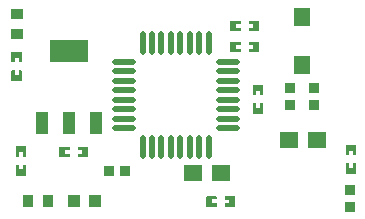
<source format=gbp>
G04 Layer: BottomPasteMaskLayer*
G04 EasyEDA v6.5.48, 2025-02-22 14:07:37*
G04 17b28a04ad434079b4a69dc4657e0bf9,f2e2a8b566e441589a5ce94012aa69ba,10*
G04 Gerber Generator version 0.2*
G04 Scale: 100 percent, Rotated: No, Reflected: No *
G04 Dimensions in millimeters *
G04 leading zeros omitted , absolute positions ,4 integer and 5 decimal *
%FSLAX45Y45*%
%MOMM*%

%AMMACRO1*21,1,$1,$2,0,0,$3*%
%ADD10MACRO1,0.8X0.9X0.0000*%
%ADD11MACRO1,1X0.8999X0.0000*%
%ADD12MACRO1,1.36X1.53X0.0000*%
%ADD13O,0.4500118X1.9999959999999999*%
%ADD14O,1.9999959999999999X0.4500118*%
%ADD15MACRO1,3.25X1.9X0.0000*%
%ADD16MACRO1,0.95X1.9X0.0000*%
%ADD17MACRO1,1X0.8999X-90.0000*%
%ADD18MACRO1,1.5X1.3589X0.0000*%
%ADD19MACRO1,1X1.1X0.0000*%
%ADD20MACRO1,0.8X0.9X-90.0000*%

%LPD*%
G36*
X-3595979Y486206D02*
G01*
X-3601008Y481177D01*
X-3601008Y401218D01*
X-3595979Y396189D01*
X-3516020Y396189D01*
X-3510991Y401218D01*
X-3510991Y481177D01*
X-3516020Y486206D01*
X-3540201Y486206D01*
X-3540201Y449173D01*
X-3573221Y449173D01*
X-3573221Y486206D01*
G37*
G36*
X-3595979Y645210D02*
G01*
X-3601008Y640181D01*
X-3601008Y560222D01*
X-3595979Y555193D01*
X-3571798Y555193D01*
X-3571798Y592226D01*
X-3538778Y592226D01*
X-3538778Y555193D01*
X-3516020Y555193D01*
X-3510991Y560222D01*
X-3510991Y640181D01*
X-3516020Y645210D01*
G37*
G36*
X-1783181Y1708708D02*
G01*
X-1788210Y1703679D01*
X-1788210Y1623720D01*
X-1783181Y1618691D01*
X-1703222Y1618691D01*
X-1698193Y1623720D01*
X-1698193Y1647901D01*
X-1735175Y1647901D01*
X-1735175Y1680921D01*
X-1698193Y1680921D01*
X-1698193Y1703679D01*
X-1703222Y1708708D01*
G37*
G36*
X-1624177Y1708708D02*
G01*
X-1629206Y1703679D01*
X-1629206Y1679498D01*
X-1592224Y1679498D01*
X-1592224Y1646478D01*
X-1629206Y1646478D01*
X-1629206Y1623720D01*
X-1624177Y1618691D01*
X-1544218Y1618691D01*
X-1539189Y1623720D01*
X-1539189Y1703679D01*
X-1544218Y1708708D01*
G37*
G36*
X-3634079Y1286306D02*
G01*
X-3639108Y1281277D01*
X-3639108Y1201318D01*
X-3634079Y1196289D01*
X-3554120Y1196289D01*
X-3549091Y1201318D01*
X-3549091Y1281277D01*
X-3554120Y1286306D01*
X-3578301Y1286306D01*
X-3578301Y1249273D01*
X-3611321Y1249273D01*
X-3611321Y1286306D01*
G37*
G36*
X-3634079Y1445310D02*
G01*
X-3639108Y1440281D01*
X-3639108Y1360322D01*
X-3634079Y1355293D01*
X-3609898Y1355293D01*
X-3609898Y1392326D01*
X-3576878Y1392326D01*
X-3576878Y1355293D01*
X-3554120Y1355293D01*
X-3549091Y1360322D01*
X-3549091Y1440281D01*
X-3554120Y1445310D01*
G37*
G36*
X-1589379Y1006906D02*
G01*
X-1594408Y1001877D01*
X-1594408Y921918D01*
X-1589379Y916889D01*
X-1509420Y916889D01*
X-1504391Y921918D01*
X-1504391Y1001877D01*
X-1509420Y1006906D01*
X-1533601Y1006906D01*
X-1533601Y969873D01*
X-1566621Y969873D01*
X-1566621Y1006906D01*
G37*
G36*
X-1589379Y1165910D02*
G01*
X-1594408Y1160881D01*
X-1594408Y1080922D01*
X-1589379Y1075893D01*
X-1565198Y1075893D01*
X-1565198Y1112926D01*
X-1532178Y1112926D01*
X-1532178Y1075893D01*
X-1509420Y1075893D01*
X-1504391Y1080922D01*
X-1504391Y1160881D01*
X-1509420Y1165910D01*
G37*
G36*
X-3230981Y641908D02*
G01*
X-3236010Y636879D01*
X-3236010Y556920D01*
X-3230981Y551891D01*
X-3151022Y551891D01*
X-3145993Y556920D01*
X-3145993Y581101D01*
X-3182975Y581101D01*
X-3182975Y614121D01*
X-3145993Y614121D01*
X-3145993Y636879D01*
X-3151022Y641908D01*
G37*
G36*
X-3071977Y641908D02*
G01*
X-3077006Y636879D01*
X-3077006Y612698D01*
X-3040024Y612698D01*
X-3040024Y579678D01*
X-3077006Y579678D01*
X-3077006Y556920D01*
X-3071977Y551891D01*
X-2992018Y551891D01*
X-2986989Y556920D01*
X-2986989Y636879D01*
X-2992018Y641908D01*
G37*
G36*
X-801979Y498906D02*
G01*
X-807008Y493877D01*
X-807008Y413918D01*
X-801979Y408889D01*
X-722020Y408889D01*
X-716991Y413918D01*
X-716991Y493877D01*
X-722020Y498906D01*
X-746201Y498906D01*
X-746201Y461873D01*
X-779221Y461873D01*
X-779221Y498906D01*
G37*
G36*
X-801979Y657910D02*
G01*
X-807008Y652881D01*
X-807008Y572922D01*
X-801979Y567893D01*
X-777798Y567893D01*
X-777798Y604926D01*
X-744778Y604926D01*
X-744778Y567893D01*
X-722020Y567893D01*
X-716991Y572922D01*
X-716991Y652881D01*
X-722020Y657910D01*
G37*
G36*
X-1986381Y222808D02*
G01*
X-1991410Y217779D01*
X-1991410Y137820D01*
X-1986381Y132791D01*
X-1906422Y132791D01*
X-1901393Y137820D01*
X-1901393Y162001D01*
X-1938375Y162001D01*
X-1938375Y195021D01*
X-1901393Y195021D01*
X-1901393Y217779D01*
X-1906422Y222808D01*
G37*
G36*
X-1827377Y222808D02*
G01*
X-1832406Y217779D01*
X-1832406Y193598D01*
X-1795424Y193598D01*
X-1795424Y160578D01*
X-1832406Y160578D01*
X-1832406Y137820D01*
X-1827377Y132791D01*
X-1747418Y132791D01*
X-1742389Y137820D01*
X-1742389Y217779D01*
X-1747418Y222808D01*
G37*
G36*
X-1783181Y1530908D02*
G01*
X-1788210Y1525879D01*
X-1788210Y1445920D01*
X-1783181Y1440891D01*
X-1703222Y1440891D01*
X-1698193Y1445920D01*
X-1698193Y1470101D01*
X-1735175Y1470101D01*
X-1735175Y1503121D01*
X-1698193Y1503121D01*
X-1698193Y1525879D01*
X-1703222Y1530908D01*
G37*
G36*
X-1624177Y1530908D02*
G01*
X-1629206Y1525879D01*
X-1629206Y1501698D01*
X-1592224Y1501698D01*
X-1592224Y1468678D01*
X-1629206Y1468678D01*
X-1629206Y1445920D01*
X-1624177Y1440891D01*
X-1544218Y1440891D01*
X-1539189Y1445920D01*
X-1539189Y1525879D01*
X-1544218Y1530908D01*
G37*
D10*
G01*
X-2813199Y431800D03*
G01*
X-2673200Y431800D03*
D11*
G01*
X-3594100Y1591409D03*
G01*
X-3594100Y1761408D03*
D12*
G01*
X-1181100Y1740199D03*
G01*
X-1181100Y1333200D03*
D13*
G01*
X-1967890Y639495D03*
G01*
X-2047900Y639495D03*
G01*
X-2127910Y639495D03*
G01*
X-2207895Y639495D03*
G01*
X-2287904Y639495D03*
G01*
X-2367889Y639495D03*
G01*
X-2447899Y639495D03*
G01*
X-2527909Y639495D03*
G01*
X-2527909Y1519504D03*
G01*
X-2447899Y1519504D03*
G01*
X-2367889Y1519504D03*
G01*
X-2287904Y1519504D03*
G01*
X-2207895Y1519504D03*
G01*
X-2127910Y1519504D03*
G01*
X-2047900Y1519504D03*
G01*
X-1967890Y1519504D03*
D14*
G01*
X-1807895Y799490D03*
G01*
X-1807895Y879500D03*
G01*
X-1807895Y959510D03*
G01*
X-1807895Y1039495D03*
G01*
X-1807895Y1119504D03*
G01*
X-1807895Y1199489D03*
G01*
X-1807895Y1279499D03*
G01*
X-1807895Y1359509D03*
G01*
X-2687904Y1359509D03*
G01*
X-2687904Y1279499D03*
G01*
X-2687904Y1199489D03*
G01*
X-2687904Y1119504D03*
G01*
X-2687904Y1039495D03*
G01*
X-2687904Y959510D03*
G01*
X-2687904Y879500D03*
G01*
X-2687904Y799490D03*
D15*
G01*
X-3149600Y1447999D03*
D16*
G01*
X-2919600Y837999D03*
G01*
X-3149600Y837999D03*
G01*
X-3379599Y837999D03*
D17*
G01*
X-3501290Y177800D03*
G01*
X-3331291Y177800D03*
D18*
G01*
X-1048400Y698500D03*
G01*
X-1288398Y698500D03*
G01*
X-1861200Y419100D03*
G01*
X-2101198Y419100D03*
D19*
G01*
X-2932602Y177800D03*
G01*
X-3112612Y177800D03*
D20*
G01*
X-774700Y133200D03*
G01*
X-774700Y273199D03*
G01*
X-1079500Y996800D03*
G01*
X-1079500Y1136799D03*
G01*
X-1282700Y996800D03*
G01*
X-1282700Y1136799D03*
M02*

</source>
